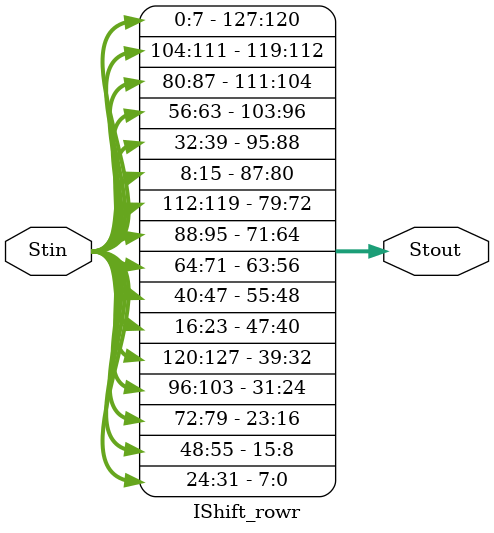
<source format=v>
module IShift_rowr(Stin, Stout);

input  [0:127] Stin;
output [0:127] Stout;

assign Stout[0:7] = Stin[0:7];
assign Stout[8:15] = Stin[104:111];
assign Stout[16:23] = Stin[80:87];
assign Stout[24:31] = Stin[56:63];

assign Stout[32:39] = Stin[32:39];
assign Stout[40:47] = Stin[8:15];
assign Stout[48:55] = Stin[112:119];
assign Stout[56:63] = Stin[88:95];

assign Stout[64:71] = Stin[64:71];
assign Stout[72:79] = Stin[40:47];
assign Stout[80:87] = Stin[16:23];
assign Stout[88:95] = Stin[120:127];

assign Stout[96:103] = Stin[96:103];
assign Stout[104:111] = Stin[72:79];
assign Stout[112:119] = Stin[48:55];
assign Stout[120:127] = Stin[24:31];

endmodule

</source>
